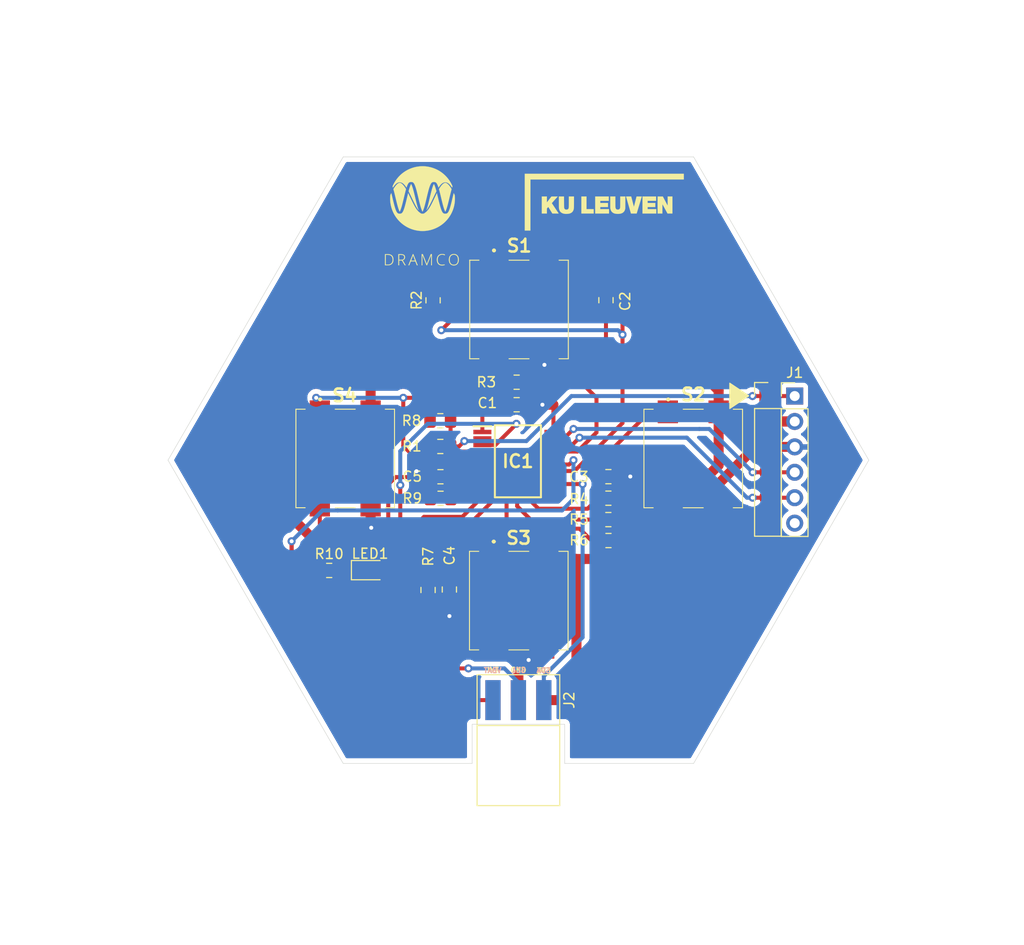
<source format=kicad_pcb>
(kicad_pcb (version 20171130) (host pcbnew "(5.1.4)-1")
  (title_block (title "IWAST - BME680") (date 2019-10-12) (rev A) (company DRAMCO) (comment 1 "Sarah Goossens"))
  (layers (0 F.Cu signal) (31 B.Cu signal) (34 B.Paste user) (35 F.Paste user) (36 B.SilkS user) (37 F.SilkS user) (38 B.Mask user) (39 F.Mask user) (44 Edge.Cuts user))
  (net 0 "")
  (net 1 +3V3)
  (net 2 GND)
  (net 3 /RA5)
  (net 4 /MCLR)
  (net 5 /RB6)
  (net 6 /RB4)
  (net 7 /RC1)
  (net 8 /ICSPCLK)
  (net 9 /ICSPDAT)
  (net 10 "Net-(R3-Pad2)")
  (net 11 /INT)
  (net 12 /SCL)
  (net 13 /SDA)
  (net 14 /LSW2)
  (net 15 /SW3)
  (net 16 /LSW3)
  (net 17 /SW4)
  (net 18 /LSW4)
  (net 19 /SW1)
  (net 20 /SW2)
  (net 21 /LSW1)
  (net 22 "Net-(J1-Pad6)")
  (net 23 /VBAT)
  (net 24 "Net-(R5-Pad2)")
  (net 25 "Net-(R7-Pad2)")
  (net 26 "Net-(R9-Pad2)")
  (net 27 "Net-(LED1-Pad1)")
  (module Logo:PinHeader_1x06_P2.54mm_Vertical_SMD (layer F.Cu) (at 147.42 108.748)
    (fp_text reference REF** hide)
    (fp_text value PinHeader_1x06_P2.54mm_Vertical_SMD hide)
    (pad 6 smd oval (at 0 12.7) (size 1.7 1.7) (layers F.Cu F.Mask))
    (pad 5 smd oval (at 0 10.16) (size 1.7 1.7) (layers F.Cu F.Mask))
    (pad 4 smd oval (at 0 7.62) (size 1.7 1.7) (layers F.Cu F.Mask))
    (pad 3 smd oval (at 0 5.08) (size 1.7 1.7) (layers F.Cu F.Mask))
    (pad 2 smd oval (at 0 2.54) (size 1.7 1.7) (layers F.Cu F.Mask))
    (pad 1 smd rect (at 0 0) (size 1.7 1.7) (layers F.Cu F.Mask))
  )
  (module Logo:Dramco7500 (layer F.Cu) (at 112.86 90.758)
    (fp_text reference G*** hide)
    (fp_text value LOGO hide)
  )
  (module Logo:KULeuven4000 (layer F.Cu) (at 131.08 89.388)
    (fp_text reference G*** hide)
    (fp_text value LOGO hide)
  )
  (module TactileSwitchLed_30062114_footprint:30062114 (layer F.Cu) (at 105.2 115.0048 180)
    (fp_text reference S4 (at 0.06 6.2968) (layer F.SilkS) (effects (font (size 1.27 1.27) (thickness 0.254))))
    (fp_text value 3006.2114 hide)
    (pad 4 smd rect (at 2.537 -4.662 270) (size 2.275 2.025) (layers F.Cu F.Paste F.Mask) (net 26 "Net-(R9-Pad2)"))
    (pad 3 smd rect (at -2.538 4.662 270) (size 2.275 2.025) (layers F.Cu F.Paste F.Mask) (net 1 +3V3))
    (pad 2 smd rect (at -2.538 -4.662 270) (size 2.275 2.025) (layers F.Cu F.Paste F.Mask) (net 2 GND))
    (pad 1 smd rect (at 2.537 4.662 270) (size 2.275 2.025) (layers F.Cu F.Paste F.Mask) (net 17 /SW4))
  )
  (module TactileSwitchLed_30062114_footprint:30062114 (layer F.Cu) (at 122.538 129.2124 180)
    (fp_text reference S3 (at 0.008 6.2644) (layer F.SilkS) (effects (font (size 1.27 1.27) (thickness 0.254))))
    (fp_text value 3006.2114 hide)
    (pad 4 smd rect (at 2.537 -4.662 270) (size 2.275 2.025) (layers F.Cu F.Paste F.Mask) (net 25 "Net-(R7-Pad2)"))
    (pad 3 smd rect (at -2.538 4.662 270) (size 2.275 2.025) (layers F.Cu F.Paste F.Mask) (net 1 +3V3))
    (pad 2 smd rect (at -2.538 -4.662 270) (size 2.275 2.025) (layers F.Cu F.Paste F.Mask) (net 2 GND))
    (pad 1 smd rect (at 2.537 4.662 270) (size 2.275 2.025) (layers F.Cu F.Paste F.Mask) (net 15 /SW3))
  )
  (module TactileSwitchLed_30062114_footprint:30062114 (layer F.Cu) (at 139.963 115.01 180)
    (fp_text reference S2 (at -0.017 6.392) (layer F.SilkS) (effects (font (size 1.27 1.27) (thickness 0.254))))
    (fp_text value 3006.2114 hide)
    (pad 4 smd rect (at 2.537 -4.662 270) (size 2.275 2.025) (layers F.Cu F.Paste F.Mask) (net 24 "Net-(R5-Pad2)"))
    (pad 3 smd rect (at -2.538 4.662 270) (size 2.275 2.025) (layers F.Cu F.Paste F.Mask) (net 1 +3V3))
    (pad 2 smd rect (at -2.538 -4.662 270) (size 2.275 2.025) (layers F.Cu F.Paste F.Mask) (net 2 GND))
    (pad 1 smd rect (at 2.537 4.662 270) (size 2.275 2.025) (layers F.Cu F.Paste F.Mask) (net 20 /SW2))
  )
  (module TactileSwitchLed_30062114_footprint:30062114 (layer F.Cu) (at 122.562 100.1148 180)
    (fp_text reference S1 (at -0.018 6.3668) (layer F.SilkS) (effects (font (size 1.27 1.27) (thickness 0.254))))
    (fp_text value 3006.2114 hide)
    (pad 4 smd rect (at 2.537 -4.662 270) (size 2.275 2.025) (layers F.Cu F.Paste F.Mask) (net 10 "Net-(R3-Pad2)"))
    (pad 3 smd rect (at -2.538 4.662 270) (size 2.275 2.025) (layers F.Cu F.Paste F.Mask) (net 1 +3V3))
    (pad 2 smd rect (at -2.538 -4.662 270) (size 2.275 2.025) (layers F.Cu F.Paste F.Mask) (net 2 GND))
    (pad 1 smd rect (at 2.537 4.662 270) (size 2.275 2.025) (layers F.Cu F.Paste F.Mask) (net 19 /SW1))
  )
  (module ConnectorHorizontalPcb:ConnectorHorizontalPcb (layer F.Cu) (at 122.5 139.158 270)
    (fp_text reference J2 (at 0 -5.08 270) (layer F.SilkS))
    (fp_text value MASTER)
    (pad 6 smd rect (at 0 2.54 270) (size 4 1.524) (layers B.Cu B.Paste B.Mask) (net 23 /VBAT))
    (pad 5 smd rect (at 0 0 270) (size 4 1.524) (layers B.Cu B.Paste B.Mask) (net 12 /SCL))
    (pad 4 smd rect (at 0 -2.54 270) (size 4 1.524) (layers B.Cu B.Paste B.Mask) (net 13 /SDA))
    (pad 3 smd rect (at 0 2.54 270) (size 4 1.524) (layers F.Cu F.Paste F.Mask) (net 11 /INT))
    (pad 2 smd rect (at 0 0 270) (size 4 1.524) (layers F.Cu F.Paste F.Mask) (net 2 GND))
    (pad 1 smd rect (at 0 -2.54 270) (size 4 1.524) (layers F.Cu F.Paste F.Mask) (net 1 +3V3))
  )
  (module Capacitor_SMD:C_0805_2012Metric_Pad1.15x1.40mm_HandSolder (layer F.Cu) (at 114.71296 116.83426)
    (fp_text reference C5 (at -2.82296 -0.01626) (layer F.SilkS))
    (fp_text value 100n)
    (pad 2 smd roundrect (at 1.025 0) (size 1.15 1.4) (layers F.Cu F.Paste F.Mask) (roundrect_rratio 0.217391) (net 17 /SW4))
    (pad 1 smd roundrect (at -1.025 0) (size 1.15 1.4) (layers F.Cu F.Paste F.Mask) (roundrect_rratio 0.217391) (net 2 GND))
  )
  (module Capacitor_SMD:C_0805_2012Metric_Pad1.15x1.40mm_HandSolder (layer F.Cu) (at 115.6045 128.10424 90)
    (fp_text reference C4 (at 3.38328 0.0127 90) (layer F.SilkS))
    (fp_text value 100n)
    (pad 2 smd roundrect (at 1.025 0 90) (size 1.15 1.4) (layers F.Cu F.Paste F.Mask) (roundrect_rratio 0.217391) (net 15 /SW3))
    (pad 1 smd roundrect (at -1.025 0 90) (size 1.15 1.4) (layers F.Cu F.Paste F.Mask) (roundrect_rratio 0.217391) (net 2 GND))
  )
  (module Capacitor_SMD:C_0805_2012Metric_Pad1.15x1.40mm_HandSolder (layer F.Cu) (at 131.48828 116.8241 180)
    (fp_text reference C3 (at 2.94248 -0.01524) (layer F.SilkS))
    (fp_text value 100n)
    (pad 2 smd roundrect (at 1.025 0 180) (size 1.15 1.4) (layers F.Cu F.Paste F.Mask) (roundrect_rratio 0.217391) (net 20 /SW2))
    (pad 1 smd roundrect (at -1.025 0 180) (size 1.15 1.4) (layers F.Cu F.Paste F.Mask) (roundrect_rratio 0.217391) (net 2 GND))
  )
  (module Capacitor_SMD:C_0805_2012Metric_Pad1.15x1.40mm_HandSolder (layer F.Cu) (at 131.24582 99.18888 90)
    (fp_text reference C2 (at -0.10912 1.91418 90) (layer F.SilkS))
    (fp_text value 100n)
    (pad 2 smd roundrect (at 1.025 0 90) (size 1.15 1.4) (layers F.Cu F.Paste F.Mask) (roundrect_rratio 0.217391) (net 19 /SW1))
    (pad 1 smd roundrect (at -1.025 0 90) (size 1.15 1.4) (layers F.Cu F.Paste F.Mask) (roundrect_rratio 0.217391) (net 2 GND))
  )
  (module Resistor_SMD:R_0805_2012Metric_Pad1.15x1.40mm_HandSolder (layer F.Cu) (at 103.6 126.198)
    (fp_text reference R10 (at 0 -1.65) (layer F.SilkS))
    (fp_text value 1k)
    (pad 2 smd roundrect (at 1.025 0) (size 1.15 1.4) (layers F.Cu F.Paste F.Mask) (roundrect_rratio 0.217391) (net 27 "Net-(LED1-Pad1)"))
    (pad 1 smd roundrect (at -1.025 0) (size 1.15 1.4) (layers F.Cu F.Paste F.Mask) (roundrect_rratio 0.217391) (net 7 /RC1))
  )
  (module LED_SMD:LED_0805_2012Metric_Pad1.15x1.40mm_HandSolder (layer F.Cu) (at 107.68 126.168)
    (fp_text reference LED1 (at 0 -1.65) (layer F.SilkS))
    (fp_text value SML-D12Y1WT86)
    (pad 2 smd roundrect (at 1.025 0) (size 1.15 1.4) (layers F.Cu F.Paste F.Mask) (roundrect_rratio 0.217391) (net 1 +3V3))
    (pad 1 smd roundrect (at -1.025 0) (size 1.15 1.4) (layers F.Cu F.Paste F.Mask) (roundrect_rratio 0.217391) (net 27 "Net-(LED1-Pad1)"))
  )
  (module Resistor_SMD:R_0805_2012Metric_Pad1.15x1.40mm_HandSolder (layer F.Cu) (at 114.725 118.9884 180)
    (fp_text reference R9 (at 2.825 0) (layer F.SilkS))
    (fp_text value 1k)
    (pad 2 smd roundrect (at 1.025 0 180) (size 1.15 1.4) (layers F.Cu F.Paste F.Mask) (roundrect_rratio 0.217391) (net 26 "Net-(R9-Pad2)"))
    (pad 1 smd roundrect (at -1.025 0 180) (size 1.15 1.4) (layers F.Cu F.Paste F.Mask) (roundrect_rratio 0.217391) (net 18 /LSW4))
  )
  (module Resistor_SMD:R_0805_2012Metric_Pad1.15x1.40mm_HandSolder (layer F.Cu) (at 114.7 111.238 180)
    (fp_text reference R8 (at 2.875 0) (layer F.SilkS))
    (fp_text value 100k)
    (pad 2 smd roundrect (at 1.025 0 180) (size 1.15 1.4) (layers F.Cu F.Paste F.Mask) (roundrect_rratio 0.217391) (net 17 /SW4))
    (pad 1 smd roundrect (at -1.025 0 180) (size 1.15 1.4) (layers F.Cu F.Paste F.Mask) (roundrect_rratio 0.217391) (net 1 +3V3))
  )
  (module Resistor_SMD:R_0805_2012Metric_Pad1.15x1.40mm_HandSolder (layer F.Cu) (at 113.47598 128.1525 270)
    (fp_text reference R7 (at -3.33248 -0.01524 90) (layer F.SilkS))
    (fp_text value 1k)
    (pad 2 smd roundrect (at 1.025 0 270) (size 1.15 1.4) (layers F.Cu F.Paste F.Mask) (roundrect_rratio 0.217391) (net 25 "Net-(R7-Pad2)"))
    (pad 1 smd roundrect (at -1.025 0 270) (size 1.15 1.4) (layers F.Cu F.Paste F.Mask) (roundrect_rratio 0.217391) (net 16 /LSW3))
  )
  (module Resistor_SMD:R_0805_2012Metric_Pad1.15x1.40mm_HandSolder (layer F.Cu) (at 131.49728 123.20966 180)
    (fp_text reference R6 (at 2.93728 0.03166) (layer F.SilkS))
    (fp_text value 100k)
    (pad 2 smd roundrect (at 1.025 0 180) (size 1.15 1.4) (layers F.Cu F.Paste F.Mask) (roundrect_rratio 0.217391) (net 15 /SW3))
    (pad 1 smd roundrect (at -1.025 0 180) (size 1.15 1.4) (layers F.Cu F.Paste F.Mask) (roundrect_rratio 0.217391) (net 1 +3V3))
  )
  (module Resistor_SMD:R_0805_2012Metric_Pad1.15x1.40mm_HandSolder (layer F.Cu) (at 131.48574 121.1167)
    (fp_text reference R5 (at -2.93574 -0.0087) (layer F.SilkS))
    (fp_text value 1k)
    (pad 2 smd roundrect (at 1.025 0) (size 1.15 1.4) (layers F.Cu F.Paste F.Mask) (roundrect_rratio 0.217391) (net 24 "Net-(R5-Pad2)"))
    (pad 1 smd roundrect (at -1.025 0) (size 1.15 1.4) (layers F.Cu F.Paste F.Mask) (roundrect_rratio 0.217391) (net 14 /LSW2))
  )
  (module Resistor_SMD:R_0805_2012Metric_Pad1.15x1.40mm_HandSolder (layer F.Cu) (at 131.48828 118.97548 180)
    (fp_text reference R4 (at 2.92216 -0.09144) (layer F.SilkS))
    (fp_text value 100k)
    (pad 2 smd roundrect (at 1.025 0 180) (size 1.15 1.4) (layers F.Cu F.Paste F.Mask) (roundrect_rratio 0.217391) (net 20 /SW2))
    (pad 1 smd roundrect (at -1.025 0 180) (size 1.15 1.4) (layers F.Cu F.Paste F.Mask) (roundrect_rratio 0.217391) (net 1 +3V3))
  )
  (module Connector_PinHeader_2.54mm:PinHeader_1x06_P2.54mm_Vertical (layer F.Cu) (at 150.1 108.7696)
    (fp_text reference J1 (at 0 -2.33) (layer F.SilkS))
    (fp_text value PICKit3)
    (pad 6 thru_hole oval (at 0 12.7) (size 1.7 1.7) (drill 1) (layers *.Cu *.Mask) (net 22 "Net-(J1-Pad6)"))
    (pad 5 thru_hole oval (at 0 10.16) (size 1.7 1.7) (drill 1) (layers *.Cu *.Mask) (net 8 /ICSPCLK))
    (pad 4 thru_hole oval (at 0 7.62) (size 1.7 1.7) (drill 1) (layers *.Cu *.Mask) (net 9 /ICSPDAT))
    (pad 3 thru_hole oval (at 0 5.08) (size 1.7 1.7) (drill 1) (layers *.Cu *.Mask) (net 2 GND))
    (pad 2 thru_hole oval (at 0 2.54) (size 1.7 1.7) (drill 1) (layers *.Cu *.Mask) (net 1 +3V3))
    (pad 1 thru_hole rect (at 0 0) (size 1.7 1.7) (drill 1) (layers *.Cu *.Mask) (net 4 /MCLR))
  )
  (module Capacitor_SMD:C_0805_2012Metric_Pad1.15x1.40mm_HandSolder (layer F.Cu) (at 122.325 109.6356)
    (fp_text reference C1 (at -2.925 -0.1732) (layer F.SilkS))
    (fp_text value 100n)
    (pad 1 smd roundrect (at -1.025 0) (size 1.15 1.4) (layers F.Cu F.Paste F.Mask) (roundrect_rratio 0.217391) (net 1 +3V3))
    (pad 2 smd roundrect (at 1.025 0) (size 1.15 1.4) (layers F.Cu F.Paste F.Mask) (roundrect_rratio 0.217391) (net 2 GND))
  )
  (module PIC16f18446:SOP65P780X200-20N (layer F.Cu) (at 122.45 115.287)
    (fp_text reference IC1 (at 0 0) (layer F.SilkS) (effects (font (size 1.27 1.27) (thickness 0.254))))
    (fp_text value PIC16F18446-I_SS hide)
    (pad 1 smd rect (at -3.55 -2.925 90) (size 0.45 1.8) (layers F.Cu F.Paste F.Mask) (net 1 +3V3))
    (pad 2 smd rect (at -3.55 -2.275 90) (size 0.45 1.8) (layers F.Cu F.Paste F.Mask) (net 3 /RA5))
    (pad 3 smd rect (at -3.55 -1.625 90) (size 0.45 1.8) (layers F.Cu F.Paste F.Mask) (net 11 /INT))
    (pad 4 smd rect (at -3.55 -0.975 90) (size 0.45 1.8) (layers F.Cu F.Paste F.Mask) (net 4 /MCLR))
    (pad 5 smd rect (at -3.55 -0.325 90) (size 0.45 1.8) (layers F.Cu F.Paste F.Mask) (net 14 /LSW2))
    (pad 6 smd rect (at -3.55 0.325 90) (size 0.45 1.8) (layers F.Cu F.Paste F.Mask) (net 15 /SW3))
    (pad 7 smd rect (at -3.55 0.975 90) (size 0.45 1.8) (layers F.Cu F.Paste F.Mask) (net 16 /LSW3))
    (pad 8 smd rect (at -3.55 1.625 90) (size 0.45 1.8) (layers F.Cu F.Paste F.Mask) (net 17 /SW4))
    (pad 9 smd rect (at -3.55 2.275 90) (size 0.45 1.8) (layers F.Cu F.Paste F.Mask) (net 18 /LSW4))
    (pad 10 smd rect (at -3.55 2.925 90) (size 0.45 1.8) (layers F.Cu F.Paste F.Mask) (net 12 /SCL))
    (pad 11 smd rect (at 3.55 2.925 90) (size 0.45 1.8) (layers F.Cu F.Paste F.Mask) (net 5 /RB6))
    (pad 12 smd rect (at 3.55 2.275 90) (size 0.45 1.8) (layers F.Cu F.Paste F.Mask) (net 13 /SDA))
    (pad 13 smd rect (at 3.55 1.625 90) (size 0.45 1.8) (layers F.Cu F.Paste F.Mask) (net 6 /RB4))
    (pad 14 smd rect (at 3.55 0.975 90) (size 0.45 1.8) (layers F.Cu F.Paste F.Mask) (net 19 /SW1))
    (pad 15 smd rect (at 3.55 0.325 90) (size 0.45 1.8) (layers F.Cu F.Paste F.Mask) (net 7 /RC1))
    (pad 16 smd rect (at 3.55 -0.325 90) (size 0.45 1.8) (layers F.Cu F.Paste F.Mask) (net 20 /SW2))
    (pad 17 smd rect (at 3.55 -0.975 90) (size 0.45 1.8) (layers F.Cu F.Paste F.Mask) (net 21 /LSW1))
    (pad 18 smd rect (at 3.55 -1.625 90) (size 0.45 1.8) (layers F.Cu F.Paste F.Mask) (net 8 /ICSPCLK))
    (pad 19 smd rect (at 3.55 -2.275 90) (size 0.45 1.8) (layers F.Cu F.Paste F.Mask) (net 9 /ICSPDAT))
    (pad 20 smd rect (at 3.55 -2.925 90) (size 0.45 1.8) (layers F.Cu F.Paste F.Mask) (net 2 GND))
  )
  (module Resistor_SMD:R_0805_2012Metric_Pad1.15x1.40mm_HandSolder (layer F.Cu) (at 114.7 113.808)
    (fp_text reference R1 (at -2.84 -0.01) (layer F.SilkS))
    (fp_text value 10k)
    (pad 1 smd roundrect (at -1.025 0) (size 1.15 1.4) (layers F.Cu F.Paste F.Mask) (roundrect_rratio 0.217391) (net 1 +3V3))
    (pad 2 smd roundrect (at 1.025 0) (size 1.15 1.4) (layers F.Cu F.Paste F.Mask) (roundrect_rratio 0.217391) (net 4 /MCLR))
  )
  (module Resistor_SMD:R_0805_2012Metric_Pad1.15x1.40mm_HandSolder (layer F.Cu) (at 122.325 107.384 180)
    (fp_text reference R3 (at 3.025 0) (layer F.SilkS))
    (fp_text value 1k)
    (pad 1 smd roundrect (at -1.025 0 180) (size 1.15 1.4) (layers F.Cu F.Paste F.Mask) (roundrect_rratio 0.217391) (net 21 /LSW1))
    (pad 2 smd roundrect (at 1.025 0 180) (size 1.15 1.4) (layers F.Cu F.Paste F.Mask) (roundrect_rratio 0.217391) (net 10 "Net-(R3-Pad2)"))
  )
  (module Resistor_SMD:R_0805_2012Metric_Pad1.15x1.40mm_HandSolder (layer F.Cu) (at 113.97636 99.20158 90)
    (fp_text reference R2 (at 0 -1.65 90) (layer F.SilkS))
    (fp_text value 100k)
    (pad 2 smd roundrect (at 1.025 0 90) (size 1.15 1.4) (layers F.Cu F.Paste F.Mask) (roundrect_rratio 0.217391) (net 19 /SW1))
    (pad 1 smd roundrect (at -1.025 0 90) (size 1.15 1.4) (layers F.Cu F.Paste F.Mask) (roundrect_rratio 0.217391) (net 1 +3V3))
  )
  (gr_line (start 105 145.488) (end 117.88 145.488) (layer Edge.Cuts) (width 0.05))
  (gr_line (start 140 145.488) (end 127.12 145.488) (layer Edge.Cuts) (width 0.05))
  (gr_line (start 117.88 141.57218) (end 127.12 141.57218) (layer Edge.Cuts) (width 0.05))
  (gr_line (start 117.88 141.57218) (end 117.88 145.488) (layer Edge.Cuts) (width 0.05))
  (gr_line (start 127.12 141.57218) (end 127.12 145.488) (layer Edge.Cuts) (width 0.05))
  (gr_text VBAT (at 119.92 136.188) (layer B.SilkS) (effects (font (size 0.5 0.5) (thickness 0.125)) (justify mirror)))
  (gr_text 3V3 (at 125.04 136.198) (layer F.SilkS) (effects (font (size 0.5 0.5) (thickness 0.125))))
  (gr_text GND (at 122.51 136.148) (layer F.SilkS) (effects (font (size 0.5 0.5) (thickness 0.125))))
  (gr_text SDA (at 125.02 136.198) (layer B.SilkS) (effects (font (size 0.5 0.5) (thickness 0.125)) (justify mirror)))
  (gr_text SCL (at 122.52 136.178) (layer B.SilkS) (effects (font (size 0.5 0.5) (thickness 0.125)) (justify mirror)))
  (gr_text INT (at 119.95 136.158) (layer F.SilkS) (effects (font (size 0.5 0.5) (thickness 0.125))))
  (gr_line (start 87.5 115.178) (end 105 145.488) (layer Edge.Cuts) (width 0.05))
  (gr_line (start 105 84.868) (end 87.5 115.178) (layer Edge.Cuts) (width 0.05))
  (gr_line (start 140 84.868) (end 105 84.868) (layer Edge.Cuts) (width 0.05))
  (gr_line (start 157.5 115.178) (end 140 84.868) (layer Edge.Cuts) (width 0.05))
  (gr_line (start 140 145.488) (end 157.5 115.178) (layer Edge.Cuts) (width 0.05))
  (segment (start 118.9 112.362) (end 118.9 109.9356) (width 0.4) (layer F.Cu) (net 1))
  (segment (start 119.2 109.6356) (end 121.3 109.6356) (width 1) (layer F.Cu) (net 1))
  (segment (start 118.9 109.9356) (end 119.2 109.6356) (width 1) (layer F.Cu) (net 1))
  (segment (start 125.1 94.9153) (end 125.2 94.8153) (width 1) (layer F.Cu) (net 1))
  (segment (start 125.1 95.9528) (end 125.1 94.9153) (width 1) (layer F.Cu) (net 1))
  (segment (start 107.738 107.8656) (end 108.0464 107.5572) (width 1) (layer F.Cu) (net 1))
  (segment (start 107.738 110.8428) (end 107.738 107.8656) (width 1) (layer F.Cu) (net 1))
  (segment (start 111.4732 107.5572) (end 108.0464 107.5572) (width 1) (layer F.Cu) (net 1))
  (segment (start 125.076 125.0504) (end 127.0885 125.0504) (width 1) (layer F.Cu) (net 1))
  (segment (start 134.91548 117.24828) (end 137.13822 117.24828) (width 1) (layer F.Cu) (net 1))
  (segment (start 133.18828 118.97548) (end 134.91548 117.24828) (width 1) (layer F.Cu) (net 1))
  (segment (start 132.51328 118.97548) (end 133.18828 118.97548) (width 1) (layer F.Cu) (net 1))
  (segment (start 111.4732 102.39564) (end 111.4732 107.5572) (width 1) (layer F.Cu) (net 1))
  (segment (start 118.9 108.64896) (end 118.9 109.9356) (width 1) (layer F.Cu) (net 1))
  (segment (start 117.80824 107.5572) (end 118.9 108.64896) (width 1) (layer F.Cu) (net 1))
  (segment (start 128.3 125.11016) (end 128.24024 125.0504) (width 1) (layer F.Cu) (net 1))
  (segment (start 128.3 127.3696) (end 128.3 125.11016) (width 1) (layer F.Cu) (net 1))
  (segment (start 128.24024 125.0504) (end 127.0885 125.0504) (width 1) (layer F.Cu) (net 1))
  (segment (start 129.09012 125.0504) (end 128.24024 125.0504) (width 1) (layer F.Cu) (net 1))
  (segment (start 128.3 127.3696) (end 128.3 136.7332) (width 1) (layer F.Cu) (net 1))
  (segment (start 133.19728 123.20966) (end 133.23538 123.24776) (width 1) (layer F.Cu) (net 1))
  (segment (start 132.52228 123.20966) (end 133.19728 123.20966) (width 1) (layer F.Cu) (net 1))
  (segment (start 137.69996 123.24776) (end 139.94278 121.00494) (width 1) (layer F.Cu) (net 1))
  (segment (start 133.23538 123.24776) (end 137.69996 123.24776) (width 1) (layer F.Cu) (net 1))
  (segment (start 139.94278 121.00494) (end 139.94278 120.19214) (width 1) (layer F.Cu) (net 1))
  (segment (start 131.25674 125.0504) (end 131.8638 125.0504) (width 1) (layer F.Cu) (net 1))
  (segment (start 131.25674 125.0504) (end 129.09012 125.0504) (width 1) (layer F.Cu) (net 1))
  (segment (start 132.52228 124.39192) (end 132.52228 123.20966) (width 1) (layer F.Cu) (net 1))
  (segment (start 131.8638 125.0504) (end 132.52228 124.39192) (width 1) (layer F.Cu) (net 1))
  (segment (start 139.8615 117.24828) (end 139.94278 117.32956) (width 1) (layer F.Cu) (net 1))
  (segment (start 137.13822 117.24828) (end 139.8615 117.24828) (width 1) (layer F.Cu) (net 1))
  (segment (start 139.94278 117.32956) (end 139.94278 120.19214) (width 1) (layer F.Cu) (net 1))
  (segment (start 139.94278 117.32956) (end 140.84702 117.32956) (width 1) (layer F.Cu) (net 1))
  (segment (start 142.501 115.67558) (end 142.501 110.848) (width 1) (layer F.Cu) (net 1))
  (segment (start 140.84702 117.32956) (end 142.501 115.67558) (width 1) (layer F.Cu) (net 1))
  (segment (start 113.14324 100.19346) (end 111.4732 100.19346) (width 1) (layer F.Cu) (net 1))
  (segment (start 113.17636 100.22658) (end 113.14324 100.19346) (width 1) (layer F.Cu) (net 1))
  (segment (start 113.97636 100.22658) (end 113.17636 100.22658) (width 1) (layer F.Cu) (net 1))
  (segment (start 111.4732 100.19346) (end 111.4732 102.39564) (width 1) (layer F.Cu) (net 1))
  (segment (start 116.56364 107.5572) (end 117.80824 107.5572) (width 1) (layer F.Cu) (net 1))
  (segment (start 128.3 136.7332) (end 128.3 137.06) (width 0.4) (layer F.Cu) (net 1))
  (segment (start 126.802 139.158) (end 125.04 139.158) (width 1) (layer F.Cu) (net 1))
  (segment (start 128.3 137.66) (end 126.802 139.158) (width 1) (layer F.Cu) (net 1))
  (segment (start 128.3 136.7332) (end 128.3 137.66) (width 1) (layer F.Cu) (net 1))
  (segment (start 150.1 111.3096) (end 148.1716 111.3096) (width 1) (layer F.Cu) (net 1))
  (segment (start 125.15 93.2653) (end 125.15 93.198) (width 1) (layer F.Cu) (net 1))
  (segment (start 125.1 93.3153) (end 125.15 93.2653) (width 1) (layer F.Cu) (net 1))
  (segment (start 125.1 95.4528) (end 125.1 93.3153) (width 1) (layer F.Cu) (net 1))
  (segment (start 130.6184 93.198) (end 134.2942 96.8738) (width 1) (layer F.Cu) (net 1))
  (segment (start 125.15 93.198) (end 130.6184 93.198) (width 1) (layer F.Cu) (net 1))
  (segment (start 115.48 93.198) (end 125.15 93.198) (width 1) (layer F.Cu) (net 1))
  (segment (start 111.4732 97.2048) (end 115.48 93.198) (width 1) (layer F.Cu) (net 1))
  (segment (start 111.4732 100.19346) (end 111.4732 97.2048) (width 1) (layer F.Cu) (net 1))
  (segment (start 101.7308 107.5572) (end 99.9 109.388) (width 1) (layer F.Cu) (net 1))
  (segment (start 99.9 109.388) (end 99.9 120.9792) (width 1) (layer F.Cu) (net 1))
  (segment (start 108.0464 107.5572) (end 101.7308 107.5572) (width 1) (layer F.Cu) (net 1))
  (segment (start 99.9 120.9792) (end 102.7588 123.838) (width 1) (layer F.Cu) (net 1))
  (segment (start 113.8284 114.2836) (end 113.8 114.312) (width 0.4) (layer F.Cu) (net 1))
  (segment (start 115.725 112.313) (end 115.725 111.238) (width 0.4) (layer F.Cu) (net 1))
  (segment (start 115.41 112.628) (end 115.725 112.313) (width 0.4) (layer F.Cu) (net 1))
  (segment (start 113.85 112.628) (end 115.41 112.628) (width 0.4) (layer F.Cu) (net 1))
  (segment (start 113.675 113.808) (end 113.675 112.803) (width 0.4) (layer F.Cu) (net 1))
  (segment (start 113.675 112.803) (end 113.85 112.628) (width 0.4) (layer F.Cu) (net 1))
  (segment (start 115.725 107.613) (end 115.6692 107.5572) (width 1) (layer F.Cu) (net 1))
  (segment (start 115.725 111.238) (end 115.725 107.613) (width 1) (layer F.Cu) (net 1))
  (segment (start 111.4732 107.5572) (end 115.6692 107.5572) (width 1) (layer F.Cu) (net 1))
  (segment (start 115.6692 107.5572) (end 116.56364 107.5572) (width 1) (layer F.Cu) (net 1))
  (segment (start 102.7588 123.838) (end 102.76 123.838) (width 1) (layer F.Cu) (net 1))
  (segment (start 102.76 123.838) (end 103.36 124.438) (width 1) (layer F.Cu) (net 1))
  (segment (start 103.36 124.438) (end 107.81 124.438) (width 1) (layer F.Cu) (net 1))
  (segment (start 108.705 125.333) (end 107.81 124.438) (width 1) (layer F.Cu) (net 1))
  (segment (start 108.705 126.168) (end 108.705 125.333) (width 1) (layer F.Cu) (net 1))
  (segment (start 150.1 111.3096) (end 145.4516 111.3096) (width 1) (layer F.Cu) (net 1))
  (segment (start 144.5135 110.348) (end 142.501 110.348) (width 1) (layer F.Cu) (net 1))
  (segment (start 145.4516 111.2861) (end 144.5135 110.348) (width 1) (layer F.Cu) (net 1))
  (segment (start 145.4516 111.3096) (end 145.4516 111.2861) (width 1) (layer F.Cu) (net 1))
  (segment (start 134.2942 100.0037) (end 134.2942 99.7522) (width 1) (layer F.Cu) (net 1))
  (segment (start 142.501 108.2105) (end 134.2942 100.0037) (width 1) (layer F.Cu) (net 1))
  (segment (start 142.501 110.348) (end 142.501 108.2105) (width 1) (layer F.Cu) (net 1))
  (segment (start 134.2942 96.8738) (end 134.2942 99.7522) (width 1) (layer F.Cu) (net 1))
  (segment (start 125.1 105.652) (end 125.1 105.652) (width 1) (layer F.Cu) (net 2))
  (segment (start 125.45 133.3744) (end 125.4604 133.364) (width 0.4) (layer F.Cu) (net 2))
  (segment (start 125.075 133.3744) (end 125.45 133.3744) (width 0.4) (layer F.Cu) (net 2))
  (segment (start 125.1 105.652) (end 125.1 104.2768) (width 1) (layer F.Cu) (net 2))
  (segment (start 123.35 109.6356) (end 124.9 109.6356) (width 1) (layer F.Cu) (net 2))
  (segment (start 126 109.6356) (end 126 112.362) (width 0.4) (layer F.Cu) (net 2))
  (segment (start 124.9 109.6356) (end 126 109.6356) (width 1) (layer F.Cu) (net 2))
  (via (at 124.9 109.6356) (size 0.8) (drill 0.4) (layers F.Cu B.Cu) (net 2))
  (via (at 107.8 121.9328) (size 0.8) (drill 0.4) (layers F.Cu B.Cu) (net 2))
  (segment (start 107.738 119.1668) (end 107.738 121.8708) (width 1) (layer F.Cu) (net 2))
  (segment (start 107.738 121.8708) (end 107.8 121.9328) (width 1) (layer F.Cu) (net 2))
  (via (at 125.1 105.652) (size 0.8) (drill 0.4) (layers F.Cu B.Cu) (net 2))
  (segment (start 131.24582 100.21388) (end 131.24582 104.362938) (width 0.4) (layer F.Cu) (net 2))
  (segment (start 132.51328 116.8241) (end 133.3083 116.8241) (width 0.4) (layer F.Cu) (net 2))
  (via (at 133.6766 116.8114) (size 0.8) (drill 0.4) (layers F.Cu B.Cu) (net 2))
  (segment (start 133.3083 116.8241) (end 133.321 116.8114) (width 0.4) (layer F.Cu) (net 2))
  (segment (start 133.321 116.8114) (end 133.6766 116.8114) (width 0.4) (layer F.Cu) (net 2))
  (via (at 112.32028 116.28308) (size 0.8) (drill 0.4) (layers F.Cu B.Cu) (net 2))
  (segment (start 113.68796 116.83426) (end 112.87146 116.83426) (width 0.4) (layer F.Cu) (net 2))
  (segment (start 112.87146 116.83426) (end 112.32028 116.28308) (width 0.4) (layer F.Cu) (net 2))
  (via (at 115.60958 130.75854) (size 0.8) (drill 0.4) (layers F.Cu B.Cu) (net 2))
  (segment (start 115.6045 129.12924) (end 115.6045 130.75346) (width 0.4) (layer F.Cu) (net 2))
  (segment (start 115.6045 130.75346) (end 115.60958 130.75854) (width 0.4) (layer F.Cu) (net 2))
  (segment (start 125.1 105.652) (end 125.836 106.388) (width 0.4) (layer F.Cu) (net 2))
  (segment (start 129.220758 106.388) (end 131.24582 104.362938) (width 0.4) (layer F.Cu) (net 2))
  (segment (start 125.836 106.388) (end 129.220758 106.388) (width 0.4) (layer F.Cu) (net 2))
  (segment (start 142.501 117.5345) (end 142.501 119.672) (width 1) (layer F.Cu) (net 2))
  (segment (start 144.0975 115.938) (end 142.501 117.5345) (width 1) (layer F.Cu) (net 2))
  (segment (start 144.0975 115.938) (end 144.0975 115.9305) (width 1) (layer F.Cu) (net 2))
  (segment (start 144.0975 115.9305) (end 146.19 113.838) (width 1) (layer F.Cu) (net 2))
  (segment (start 146.2016 113.8496) (end 150.1 113.8496) (width 1) (layer F.Cu) (net 2))
  (segment (start 146.19 113.838) (end 146.2016 113.8496) (width 1) (layer F.Cu) (net 2))
  (via (at 123.52 135.148) (size 0.8) (drill 0.4) (layers F.Cu B.Cu) (net 2))
  (segment (start 122.5 139.158) (end 122.5 136.168) (width 1) (layer F.Cu) (net 2))
  (segment (start 122.5 136.168) (end 123.52 135.148) (width 1) (layer F.Cu) (net 2))
  (segment (start 123.8024 135.148) (end 125.076 133.8744) (width 1) (layer F.Cu) (net 2))
  (segment (start 123.52 135.148) (end 123.8024 135.148) (width 1) (layer F.Cu) (net 2))
  (segment (start 115.4 114.2836) (end 115.4284 114.312) (width 0.4) (layer F.Cu) (net 4))
  (segment (start 123.301599 113.268001) (end 123.8608 112.7088) (width 0.4) (layer B.Cu) (net 4))
  (segment (start 123.8608 112.7088) (end 127.8 108.7696) (width 0.4) (layer B.Cu) (net 4))
  (segment (start 116.229 114.312) (end 115.725 113.808) (width 0.4) (layer F.Cu) (net 4))
  (segment (start 118.9 114.312) (end 116.229 114.312) (width 0.4) (layer F.Cu) (net 4))
  (via (at 117.100001 113.268001) (size 0.8) (drill 0.4) (layers F.Cu B.Cu) (net 4))
  (segment (start 116.560002 113.808) (end 117.100001 113.268001) (width 0.4) (layer F.Cu) (net 4))
  (segment (start 115.725 113.808) (end 116.560002 113.808) (width 0.4) (layer F.Cu) (net 4))
  (segment (start 117.100001 113.268001) (end 123.301599 113.268001) (width 0.4) (layer B.Cu) (net 4))
  (via (at 145.8816 108.7696) (size 0.8) (drill 0.4) (layers F.Cu B.Cu) (net 4))
  (segment (start 127.8 108.7696) (end 145.8816 108.7696) (width 0.4) (layer B.Cu) (net 4))
  (segment (start 150.1 108.7696) (end 145.8816 108.7696) (width 0.4) (layer F.Cu) (net 4))
  (via (at 128 115.178) (size 0.8) (drill 0.4) (layers F.Cu B.Cu) (net 7))
  (segment (start 126 115.612) (end 127.566 115.612) (width 0.4) (layer F.Cu) (net 7))
  (segment (start 127.566 115.612) (end 128 115.178) (width 0.4) (layer F.Cu) (net 7))
  (segment (start 128 119.0616) (end 128 115.178) (width 0.4) (layer B.Cu) (net 7))
  (segment (start 126.8608 120.2008) (end 128 119.0616) (width 0.4) (layer B.Cu) (net 7))
  (segment (start 104.4528 120.2008) (end 126.8608 120.2008) (width 0.4) (layer B.Cu) (net 7))
  (via (at 99.846582 123.281418) (size 0.8) (drill 0.4) (layers F.Cu B.Cu) (net 7))
  (segment (start 103.2672 120.2008) (end 102.9272 120.2008) (width 0.4) (layer B.Cu) (net 7))
  (segment (start 104.4528 120.2008) (end 103.2672 120.2008) (width 0.4) (layer B.Cu) (net 7))
  (segment (start 102.9272 120.2008) (end 99.846582 123.281418) (width 0.4) (layer B.Cu) (net 7))
  (segment (start 99.846582 123.281418) (end 99.846582 124.484582) (width 0.4) (layer F.Cu) (net 7))
  (segment (start 99.846582 124.774582) (end 99.846582 123.281418) (width 0.4) (layer F.Cu) (net 7))
  (segment (start 102.575 126.198) (end 101.27 126.198) (width 0.4) (layer F.Cu) (net 7))
  (segment (start 101.27 126.198) (end 99.846582 124.774582) (width 0.4) (layer F.Cu) (net 7))
  (via (at 128.6 112.9264) (size 0.8) (drill 0.4) (layers F.Cu B.Cu) (net 8))
  (segment (start 127.8644 113.662) (end 128.6 112.9264) (width 0.4) (layer F.Cu) (net 8))
  (segment (start 126 113.662) (end 127.8644 113.662) (width 0.4) (layer F.Cu) (net 8))
  (via (at 145.9 118.928) (size 0.8) (drill 0.4) (layers F.Cu B.Cu) (net 8))
  (segment (start 150.1 118.9296) (end 145.9016 118.9296) (width 0.4) (layer F.Cu) (net 8))
  (segment (start 145.9016 118.9296) (end 145.9 118.928) (width 0.4) (layer F.Cu) (net 8))
  (segment (start 139.332715 112.9264) (end 139.2384 112.9264) (width 0.4) (layer B.Cu) (net 8))
  (segment (start 145.334315 118.928) (end 139.332715 112.9264) (width 0.4) (layer B.Cu) (net 8))
  (segment (start 145.9 118.928) (end 145.334315 118.928) (width 0.4) (layer B.Cu) (net 8))
  (segment (start 128.6 112.9264) (end 139.2384 112.9264) (width 0.4) (layer B.Cu) (net 8))
  (via (at 128 112.0604) (size 0.8) (drill 0.4) (layers F.Cu B.Cu) (net 9))
  (segment (start 126 113.012) (end 127.0484 113.012) (width 0.4) (layer F.Cu) (net 9))
  (segment (start 127.0484 113.012) (end 128 112.0604) (width 0.4) (layer F.Cu) (net 9))
  (via (at 145.9 116.388) (size 0.8) (drill 0.4) (layers F.Cu B.Cu) (net 9))
  (segment (start 150.1 116.3896) (end 145.9016 116.3896) (width 0.4) (layer F.Cu) (net 9))
  (segment (start 145.9016 116.3896) (end 145.9 116.388) (width 0.4) (layer F.Cu) (net 9))
  (segment (start 141.5724 112.0604) (end 140.5776 112.0604) (width 0.4) (layer B.Cu) (net 9))
  (segment (start 145.9 116.388) (end 141.5724 112.0604) (width 0.4) (layer B.Cu) (net 9))
  (segment (start 128 112.0604) (end 140.5776 112.0604) (width 0.4) (layer B.Cu) (net 9))
  (segment (start 120.025 105.3143) (end 120.025 104.2768) (width 0.4) (layer F.Cu) (net 10))
  (segment (start 120.025 106.784) (end 120.025 105.3143) (width 0.4) (layer F.Cu) (net 10))
  (segment (start 120.625 107.384) (end 120.025 106.784) (width 0.4) (layer F.Cu) (net 10))
  (segment (start 121.3 107.384) (end 120.625 107.384) (width 0.4) (layer F.Cu) (net 10))
  (via (at 122.3 111.5408) (size 0.8) (drill 0.4) (layers F.Cu B.Cu) (net 11))
  (segment (start 122.3 111.562) (end 122.3 111.5408) (width 0.4) (layer F.Cu) (net 11))
  (segment (start 118.9 113.662) (end 120.2 113.662) (width 0.4) (layer F.Cu) (net 11))
  (segment (start 120.2 113.662) (end 122.3 111.562) (width 0.4) (layer F.Cu) (net 11))
  (segment (start 122.3 111.5408) (end 113.4392 111.5408) (width 0.4) (layer B.Cu) (net 11))
  (segment (start 113.4392 111.5408) (end 112 112.98) (width 0.4) (layer B.Cu) (net 11))
  (segment (start 112 134.6332) (end 116.1 138.7332) (width 0.4) (layer F.Cu) (net 11))
  (segment (start 112 134.6332) (end 112 134.6104) (width 0.4) (layer F.Cu) (net 11))
  (via (at 110.7 117.6688) (size 0.8) (drill 0.4) (layers F.Cu B.Cu) (net 11))
  (segment (start 112 134.6104) (end 110.7 133.3104) (width 0.4) (layer F.Cu) (net 11))
  (segment (start 110.7 133.3104) (end 110.7 117.6688) (width 0.4) (layer F.Cu) (net 11))
  (segment (start 110.7 114.28) (end 112 112.98) (width 0.4) (layer B.Cu) (net 11))
  (segment (start 110.7 117.6688) (end 110.7 114.28) (width 0.4) (layer B.Cu) (net 11))
  (segment (start 116.5476 139.158) (end 119.96 139.158) (width 0.4) (layer F.Cu) (net 11))
  (segment (start 110.7 133.3104) (end 116.5476 139.158) (width 0.4) (layer F.Cu) (net 11))
  (segment (start 118.9 118.212) (end 118.9 118.837) (width 0.4) (layer F.Cu) (net 12))
  (segment (start 111.89356 132.36128) (end 111.89356 122.01586) (width 0.4) (layer F.Cu) (net 12))
  (segment (start 113.07095 120.83847) (end 116.89853 120.83847) (width 0.4) (layer F.Cu) (net 12))
  (segment (start 111.89356 122.01586) (end 113.07095 120.83847) (width 0.4) (layer F.Cu) (net 12))
  (segment (start 118.9 118.837) (end 116.89853 120.83847) (width 0.4) (layer F.Cu) (net 12))
  (segment (start 122.5 137.388) (end 121.1 135.988) (width 0.4) (layer B.Cu) (net 12))
  (segment (start 122.5 139.158) (end 122.5 137.388) (width 0.4) (layer B.Cu) (net 12))
  (segment (start 111.89356 132.36128) (end 115.52028 135.988) (width 0.4) (layer F.Cu) (net 12))
  (via (at 117.51 135.988) (size 0.8) (drill 0.4) (layers F.Cu B.Cu) (net 12))
  (segment (start 121.1 135.988) (end 117.51 135.988) (width 0.4) (layer B.Cu) (net 12))
  (segment (start 117.51 135.988) (end 115.52028 135.988) (width 0.4) (layer F.Cu) (net 12))
  (segment (start 126 117.562) (end 128.905036 117.562) (width 0.4) (layer F.Cu) (net 13))
  (segment (start 128.905036 117.562) (end 128.91411 117.571074) (width 0.4) (layer F.Cu) (net 13))
  (via (at 128.91411 117.571074) (size 0.8) (drill 0.4) (layers F.Cu B.Cu) (net 13))
  (segment (start 128.91411 132.88389) (end 128.91411 132.61211) (width 0.4) (layer B.Cu) (net 13))
  (segment (start 125.04 136.758) (end 128.91411 132.88389) (width 0.4) (layer B.Cu) (net 13))
  (segment (start 125.04 139.158) (end 125.04 136.758) (width 0.4) (layer B.Cu) (net 13))
  (segment (start 128.91411 117.571074) (end 128.91411 132.61211) (width 0.4) (layer B.Cu) (net 13))
  (segment (start 118.9 114.962) (end 120.8572 114.962) (width 0.4) (layer F.Cu) (net 14))
  (segment (start 121.2 115.3048) (end 121.2144 115.3048) (width 0.4) (layer F.Cu) (net 14))
  (segment (start 121.2144 115.3048) (end 122.3778 116.4682) (width 0.4) (layer F.Cu) (net 14))
  (segment (start 120.8572 114.962) (end 121.2 115.3048) (width 0.4) (layer F.Cu) (net 14))
  (segment (start 122.3778 116.4682) (end 122.3778 119.7766) (width 0.4) (layer F.Cu) (net 14))
  (segment (start 123.7179 121.1167) (end 122.3778 119.7766) (width 0.4) (layer F.Cu) (net 14))
  (segment (start 130.46074 121.1167) (end 123.7179 121.1167) (width 0.4) (layer F.Cu) (net 14))
  (segment (start 120.001 124.16632) (end 121.31834 122.84898) (width 0.4) (layer F.Cu) (net 15))
  (segment (start 120.2 115.612) (end 118.9 115.612) (width 0.4) (layer F.Cu) (net 15))
  (segment (start 120.293544 115.612) (end 120.2 115.612) (width 0.4) (layer F.Cu) (net 15))
  (segment (start 121.31834 116.636796) (end 120.293544 115.612) (width 0.4) (layer F.Cu) (net 15))
  (segment (start 115.6045 125.5744) (end 115.6045 127.07924) (width 0.4) (layer F.Cu) (net 15))
  (segment (start 116.13282 125.04608) (end 115.6045 125.5744) (width 0.4) (layer F.Cu) (net 15))
  (segment (start 129.79728 123.20966) (end 128.6093 122.02168) (width 0.4) (layer F.Cu) (net 15))
  (segment (start 130.47228 123.20966) (end 129.79728 123.20966) (width 0.4) (layer F.Cu) (net 15))
  (segment (start 128.6093 122.02168) (end 122.91812 122.02168) (width 0.4) (layer F.Cu) (net 15))
  (segment (start 121.31834 120.4219) (end 121.31834 116.636796) (width 0.4) (layer F.Cu) (net 15))
  (segment (start 116.6285 124.5504) (end 120.001 124.5504) (width 0.4) (layer F.Cu) (net 15))
  (segment (start 116.13282 125.04608) (end 116.6285 124.5504) (width 0.4) (layer F.Cu) (net 15))
  (segment (start 121.33036 122.02168) (end 121.31834 122.00966) (width 0.4) (layer F.Cu) (net 15))
  (segment (start 122.91812 122.02168) (end 121.33036 122.02168) (width 0.4) (layer F.Cu) (net 15))
  (segment (start 121.31834 122.84898) (end 121.31834 122.00966) (width 0.4) (layer F.Cu) (net 15))
  (segment (start 121.31834 122.00966) (end 121.31834 120.4219) (width 0.4) (layer F.Cu) (net 15))
  (segment (start 118.9 116.262) (end 120.095002 116.262) (width 0.4) (layer F.Cu) (net 16))
  (segment (start 120.095002 116.262) (end 120.6 116.766998) (width 0.4) (layer F.Cu) (net 16))
  (segment (start 120.6 116.766998) (end 120.6 118.58364) (width 0.4) (layer F.Cu) (net 16))
  (segment (start 114.44948 121.58592) (end 117.59772 121.58592) (width 0.4) (layer F.Cu) (net 16))
  (segment (start 113.47598 122.55942) (end 114.44948 121.58592) (width 0.4) (layer F.Cu) (net 16))
  (segment (start 113.47598 127.1275) (end 113.47598 122.55942) (width 0.4) (layer F.Cu) (net 16))
  (segment (start 117.59772 121.58592) (end 120.6 118.58364) (width 0.4) (layer F.Cu) (net 16))
  (via (at 111 108.9428) (size 0.8) (drill 0.4) (layers F.Cu B.Cu) (net 17))
  (via (at 102.3 108.9428) (size 0.8) (drill 0.4) (layers F.Cu B.Cu) (net 17))
  (segment (start 111 108.9428) (end 102.3 108.9428) (width 0.4) (layer B.Cu) (net 17))
  (segment (start 102.3 108.9428) (end 102.3 110.4798) (width 0.4) (layer F.Cu) (net 17))
  (segment (start 102.3 110.4798) (end 102.663 110.8428) (width 0.4) (layer F.Cu) (net 17))
  (segment (start 115.8157 116.912) (end 115.73796 116.83426) (width 0.4) (layer F.Cu) (net 17))
  (segment (start 118.9 116.912) (end 115.8157 116.912) (width 0.4) (layer F.Cu) (net 17))
  (segment (start 117.6 116.912) (end 118.9 116.912) (width 0.4) (layer F.Cu) (net 17))
  (segment (start 115.94661 115.25861) (end 117.6 116.912) (width 0.4) (layer F.Cu) (net 17))
  (segment (start 112.50739 115.25861) (end 115.94661 115.25861) (width 0.4) (layer F.Cu) (net 17))
  (segment (start 111 113.75122) (end 112.50739 115.25861) (width 0.4) (layer F.Cu) (net 17))
  (segment (start 111 113.75122) (end 111 108.9428) (width 0.4) (layer F.Cu) (net 17))
  (segment (start 113.675 109.533) (end 113.0848 108.9428) (width 0.4) (layer F.Cu) (net 17))
  (segment (start 113.675 111.238) (end 113.675 109.533) (width 0.4) (layer F.Cu) (net 17))
  (segment (start 113.0848 108.9428) (end 111 108.9428) (width 0.4) (layer F.Cu) (net 17))
  (segment (start 117.1764 117.562) (end 118.9 117.562) (width 0.4) (layer F.Cu) (net 18))
  (segment (start 115.75 118.9884) (end 117.1764 117.562) (width 0.4) (layer F.Cu) (net 18))
  (via (at 132.9 102.6344) (size 0.8) (drill 0.4) (layers F.Cu B.Cu) (net 19))
  (via (at 114.8 102.188) (size 0.8) (drill 0.4) (layers F.Cu B.Cu) (net 19))
  (segment (start 114.8 102.188) (end 132.4536 102.188) (width 0.4) (layer B.Cu) (net 19))
  (segment (start 132.4536 102.188) (end 132.9 102.6344) (width 0.4) (layer B.Cu) (net 19))
  (segment (start 126 116.262) (end 128.100002 116.262) (width 0.4) (layer F.Cu) (net 19))
  (segment (start 128.100002 116.262) (end 132.9 111.462002) (width 0.4) (layer F.Cu) (net 19))
  (segment (start 132.9 109.0117) (end 132.9 102.6344) (width 0.4) (layer F.Cu) (net 19))
  (segment (start 132.9 111.462002) (end 132.9 109.0117) (width 0.4) (layer F.Cu) (net 19))
  (segment (start 114.8 102.188) (end 115.6971 101.2909) (width 0.4) (layer F.Cu) (net 19))
  (segment (start 132.29092 98.16388) (end 131.24582 98.16388) (width 0.4) (layer F.Cu) (net 19))
  (segment (start 132.9 102.6344) (end 132.9 98.77296) (width 0.4) (layer F.Cu) (net 19))
  (segment (start 132.9 98.77296) (end 132.29092 98.16388) (width 0.4) (layer F.Cu) (net 19))
  (segment (start 113.97636 98.17658) (end 113.97636 96.76826) (width 0.4) (layer F.Cu) (net 19))
  (segment (start 113.97636 96.76826) (end 114.79182 95.9528) (width 0.4) (layer F.Cu) (net 19))
  (segment (start 115.6971 101.2909) (end 115.6971 98.64394) (width 0.4) (layer F.Cu) (net 19))
  (segment (start 115.22974 98.17658) (end 113.97636 98.17658) (width 0.4) (layer F.Cu) (net 19))
  (segment (start 115.6971 98.64394) (end 115.22974 98.17658) (width 0.4) (layer F.Cu) (net 19))
  (segment (start 115.29182 95.4528) (end 120.025 95.4528) (width 0.4) (layer F.Cu) (net 19))
  (segment (start 114.79182 95.9528) (end 115.29182 95.4528) (width 0.4) (layer F.Cu) (net 19))
  (segment (start 129.41116 120.0276) (end 130.46328 118.97548) (width 0.4) (layer F.Cu) (net 20))
  (segment (start 124.5 120.0276) (end 129.41116 120.0276) (width 0.4) (layer F.Cu) (net 20))
  (segment (start 123.1 118.6276) (end 124.5 120.0276) (width 0.4) (layer F.Cu) (net 20))
  (segment (start 123.1 116.1904) (end 123.1 118.6276) (width 0.4) (layer F.Cu) (net 20))
  (segment (start 126 114.962) (end 124.3284 114.962) (width 0.4) (layer F.Cu) (net 20))
  (segment (start 124.3284 114.962) (end 123.1 116.1904) (width 0.4) (layer F.Cu) (net 20))
  (segment (start 130.46328 115.48472) (end 135.1 110.848) (width 0.4) (layer F.Cu) (net 20))
  (segment (start 130.46328 116.8241) (end 130.46328 115.48472) (width 0.4) (layer F.Cu) (net 20))
  (segment (start 130.46328 118.97548) (end 130.46328 116.8241) (width 0.4) (layer F.Cu) (net 20))
  (segment (start 135.6 110.348) (end 137.426 110.348) (width 0.4) (layer F.Cu) (net 20))
  (segment (start 135.1 110.848) (end 135.6 110.348) (width 0.4) (layer F.Cu) (net 20))
  (segment (start 126 114.312) (end 128.3948 114.312) (width 0.4) (layer F.Cu) (net 21))
  (segment (start 128.3948 114.312) (end 130.3 112.4068) (width 0.4) (layer F.Cu) (net 21))
  (segment (start 123.35 107.384) (end 128.7412 107.384) (width 0.4) (layer F.Cu) (net 21))
  (segment (start 130.3 108.9428) (end 130.3 112.4068) (width 0.4) (layer F.Cu) (net 21))
  (segment (start 128.7412 107.384) (end 130.3 108.9428) (width 0.4) (layer F.Cu) (net 21))
  (segment (start 137.426 120.2095) (end 137.426 119.172) (width 0.4) (layer F.Cu) (net 24))
  (segment (start 132.51074 121.1167) (end 136.5188 121.1167) (width 0.4) (layer F.Cu) (net 24))
  (segment (start 136.5188 121.1167) (end 137.1213 121.1167) (width 0.4) (layer F.Cu) (net 24))
  (segment (start 137.426 120.812) (end 137.426 119.672) (width 0.4) (layer F.Cu) (net 24))
  (segment (start 137.1213 121.1167) (end 137.426 120.812) (width 0.4) (layer F.Cu) (net 24))
  (segment (start 115.48224 133.3744) (end 113.42518 131.31734) (width 0.4) (layer F.Cu) (net 25))
  (segment (start 113.47598 131.26654) (end 113.47598 129.1775) (width 0.4) (layer F.Cu) (net 25))
  (segment (start 113.42518 131.31734) (end 113.47598 131.26654) (width 0.4) (layer F.Cu) (net 25))
  (segment (start 115.98224 133.8744) (end 120.001 133.8744) (width 0.4) (layer F.Cu) (net 25))
  (segment (start 115.48224 133.3744) (end 115.98224 133.8744) (width 0.4) (layer F.Cu) (net 25))
  (segment (start 113.025 118.9884) (end 112.2 118.1634) (width 0.4) (layer F.Cu) (net 26))
  (segment (start 113.7 118.9884) (end 113.025 118.9884) (width 0.4) (layer F.Cu) (net 26))
  (segment (start 112.2 118.1634) (end 112.2 117.5368) (width 0.4) (layer F.Cu) (net 26))
  (segment (start 112.2 117.5368) (end 111.531999 116.868799) (width 0.4) (layer F.Cu) (net 26))
  (segment (start 111.531999 116.868799) (end 110.234001 116.868799) (width 0.4) (layer F.Cu) (net 26))
  (segment (start 110.234001 116.868799) (end 109.5 117.6028) (width 0.4) (layer F.Cu) (net 26))
  (segment (start 109.5 117.6028) (end 109.5 121.9184) (width 0.4) (layer F.Cu) (net 26))
  (segment (start 108.585591 122.832809) (end 103.600009 122.832809) (width 0.4) (layer F.Cu) (net 26))
  (segment (start 109.5 121.9184) (end 108.585591 122.832809) (width 0.4) (layer F.Cu) (net 26))
  (segment (start 102.663 121.8958) (end 102.663 119.1668) (width 0.4) (layer F.Cu) (net 26))
  (segment (start 103.600009 122.832809) (end 102.663 121.8958) (width 0.4) (layer F.Cu) (net 26))
  (segment (start 106.625 126.198) (end 106.655 126.168) (width 0.4) (layer F.Cu) (net 27))
  (segment (start 104.625 126.198) (end 106.625 126.198) (width 0.4) (layer F.Cu) (net 27))
  (zone (net 2) (net_name GND) (layer B.Cu) (connect_pads (clearance 0.508)) (min_thickness 0.254) (fill yes (arc_segments 32) (thermal_gap 0.508) (thermal_bridge_width 0.508))
    (polygon (pts (xy 105 84.868) (xy 140 84.868) (xy 157.5 115.178) (xy 140 145.488) (xy 105 145.488) (xy 87.5 115.178)))
  )
  (zone (net 2) (net_name GND) (layer B.Cu) (connect_pads (clearance 0.508)) (min_thickness 0.254) (fill yes (arc_segments 32) (thermal_gap 0.508) (thermal_bridge_width 0.508))
    (polygon (pts (xy 105 84.868) (xy 140 84.868) (xy 157.5 115.178) (xy 140 145.488) (xy 105 145.488) (xy 87.5 115.178)))
  )
  (zone (net 2) (net_name GND) (layer B.Cu) (connect_pads (clearance 0.508)) (min_thickness 0.254) (fill yes (arc_segments 32) (thermal_gap 0.508) (thermal_bridge_width 0.508))
    (polygon (pts (xy 105.03302 84.8709) (xy 140.0393 84.84042) (xy 157.51704 115.17818) (xy 140.01898 145.49308) (xy 105.00508 145.488) (xy 87.47146 115.18834) (xy 105.0127 84.8709)))
  )
  (zone (net 2) (net_name GND) (layer B.Cu) (connect_pads (clearance 0.508)) (min_thickness 0.254) (fill yes (arc_segments 32) (thermal_gap 0.508) (thermal_bridge_width 0.508))
    (polygon (pts (xy 104.99 84.868) (xy 140.01 84.868) (xy 157.52 115.168) (xy 140 145.488) (xy 127.12 145.488) (xy 127.12 141.568) (xy 117.88 141.568) (xy 117.88 145.488) (xy 105 145.488) (xy 87.5 115.178)))
  )
  (zone (net 2) (net_name GND) (layer B.Cu) (connect_pads (clearance 0.508)) (min_thickness 0.254) (fill yes (arc_segments 32) (thermal_gap 0.508) (thermal_bridge_width 0.508))
    (polygon (pts (xy 104.99 84.868) (xy 140 84.868) (xy 157.51 115.178) (xy 140 145.498) (xy 127.12 145.488) (xy 127.11 141.578) (xy 117.88 141.578) (xy 117.87 145.488) (xy 105 145.488) (xy 87.49 115.188)))
  )
  (zone (net 2) (net_name GND) (layer B.Cu) (connect_pads (clearance 0.508)) (min_thickness 0.254) (fill yes (arc_segments 32) (thermal_gap 0.508) (thermal_bridge_width 0.508))
    (polygon (pts (xy 105 84.868) (xy 140.02 84.868) (xy 157.51 115.178) (xy 140.02 145.488) (xy 127.12 145.498) (xy 127.12 141.568) (xy 117.88 141.568) (xy 117.87 145.488) (xy 104.99 145.488) (xy 87.49 115.178)))
  )
)
</source>
